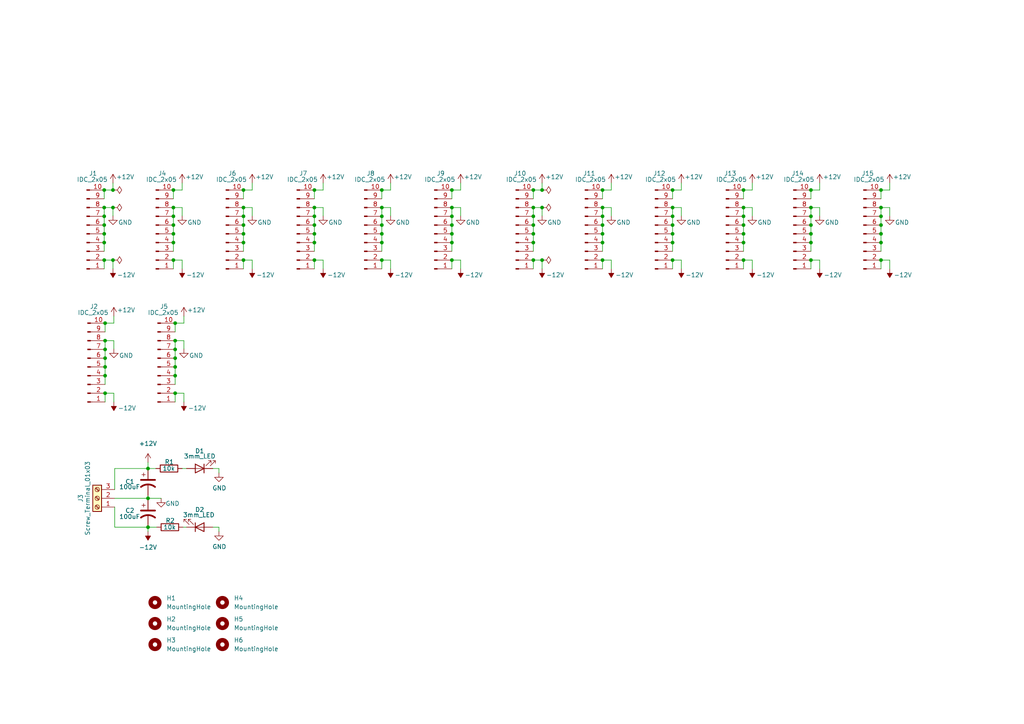
<source format=kicad_sch>
(kicad_sch (version 20230121) (generator eeschema)
  (paper "A4")
  (lib_symbols
    (symbol "Connector:Conn_01x10_Male" (pin_names (offset 1.016) hide)
      (property "Reference" "J" (at 0 12.7 0))
      (property "Value" "Conn_01x10_Male" (at 0 -15.24 0))
      (symbol "Conn_01x10_Male_1_1"
        (polyline (pts (xy 1.27 -12.7) (xy 0.8636 -12.7)) (stroke (width 0.1524)))
        (polyline (pts (xy 1.27 -10.16) (xy 0.8636 -10.16)) (stroke (width 0.1524)))
        (polyline (pts (xy 1.27 -7.62) (xy 0.8636 -7.62)) (stroke (width 0.1524)))
        (polyline (pts (xy 1.27 -5.08) (xy 0.8636 -5.08)) (stroke (width 0.1524)))
        (polyline (pts (xy 1.27 -2.54) (xy 0.8636 -2.54)) (stroke (width 0.1524)))
        (polyline (pts (xy 1.27 0) (xy 0.8636 0)) (stroke (width 0.1524)))
        (polyline (pts (xy 1.27 2.54) (xy 0.8636 2.54)) (stroke (width 0.1524)))
        (polyline (pts (xy 1.27 5.08) (xy 0.8636 5.08)) (stroke (width 0.1524)))
        (polyline (pts (xy 1.27 7.62) (xy 0.8636 7.62)) (stroke (width 0.1524)))
        (polyline (pts (xy 1.27 10.16) (xy 0.8636 10.16)) (stroke (width 0.1524)))
        (rectangle (start 0.8636 -12.573) (end 0 -12.827) (stroke (width 0.1524)) (fill (type outline)))
        (rectangle (start 0.8636 -10.033) (end 0 -10.287) (stroke (width 0.1524)) (fill (type outline)))
        (rectangle (start 0.8636 -7.493) (end 0 -7.747) (stroke (width 0.1524)) (fill (type outline)))
        (rectangle (start 0.8636 -4.953) (end 0 -5.207) (stroke (width 0.1524)) (fill (type outline)))
        (rectangle (start 0.8636 -2.413) (end 0 -2.667) (stroke (width 0.1524)) (fill (type outline)))
        (rectangle (start 0.8636 0.127) (end 0 -0.127) (stroke (width 0.1524)) (fill (type outline)))
        (rectangle (start 0.8636 2.667) (end 0 2.413) (stroke (width 0.1524)) (fill (type outline)))
        (rectangle (start 0.8636 5.207) (end 0 4.953) (stroke (width 0.1524)) (fill (type outline)))
        (rectangle (start 0.8636 7.747) (end 0 7.493) (stroke (width 0.1524)) (fill (type outline)))
        (rectangle (start 0.8636 10.287) (end 0 10.033) (stroke (width 0.1524)) (fill (type outline)))
        (pin passive line (at 5.08 10.16 180) (length 3.81) (name "Pin_1") (number "1"))
        (pin passive line (at 5.08 -12.7 180) (length 3.81) (name "Pin_10") (number "10"))
        (pin passive line (at 5.08 7.62 180) (length 3.81) (name "Pin_2") (number "2"))
        (pin passive line (at 5.08 5.08 180) (length 3.81) (name "Pin_3") (number "3"))
        (pin passive line (at 5.08 2.54 180) (length 3.81) (name "Pin_4") (number "4"))
        (pin passive line (at 5.08 0 180) (length 3.81) (name "Pin_5") (number "5"))
        (pin passive line (at 5.08 -2.54 180) (length 3.81) (name "Pin_6") (number "6"))
        (pin passive line (at 5.08 -5.08 180) (length 3.81) (name "Pin_7") (number "7"))
        (pin passive line (at 5.08 -7.62 180) (length 3.81) (name "Pin_8") (number "8"))
        (pin passive line (at 5.08 -10.16 180) (length 3.81) (name "Pin_9") (number "9"))
      )
    )
    (symbol "Connector:Screw_Terminal_01x03" (pin_names (offset 1.016) hide)
      (property "Reference" "J" (at 0 5.08 0))
      (property "Value" "Screw_Terminal_01x03" (at 0 -5.08 0))
      (symbol "Screw_Terminal_01x03_1_1"
        (rectangle (start -1.27 3.81) (end 1.27 -3.81) (stroke (width 0.254)) (fill (type background)))
        (circle (center 0 -2.54) (radius 0.635) (stroke (width 0.1524)))
        (polyline (pts (xy -0.5334 -2.2098) (xy 0.3302 -3.048)) (stroke (width 0.1524)))
        (polyline (pts (xy -0.5334 0.3302) (xy 0.3302 -0.508)) (stroke (width 0.1524)))
        (polyline (pts (xy -0.5334 2.8702) (xy 0.3302 2.032)) (stroke (width 0.1524)))
        (polyline (pts (xy -0.3556 -2.032) (xy 0.508 -2.8702)) (stroke (width 0.1524)))
        (polyline (pts (xy -0.3556 0.508) (xy 0.508 -0.3302)) (stroke (width 0.1524)))
        (polyline (pts (xy -0.3556 3.048) (xy 0.508 2.2098)) (stroke (width 0.1524)))
        (circle (center 0 0) (radius 0.635) (stroke (width 0.1524)))
        (circle (center 0 2.54) (radius 0.635) (stroke (width 0.1524)))
        (pin passive line (at -5.08 2.54 0) (length 3.81) (name "Pin_1") (number "1"))
        (pin passive line (at -5.08 0 0) (length 3.81) (name "Pin_2") (number "2"))
        (pin passive line (at -5.08 -2.54 0) (length 3.81) (name "Pin_3") (number "3"))
      )
    )
    (symbol "Device:C_Polarized_US" (pin_numbers hide) (pin_names (offset 0.254) hide)
      (property "Reference" "C" (at 0.635 2.54 0))
      (property "Value" "C_Polarized_US" (at 0.635 -2.54 0))
      (symbol "C_Polarized_US_0_1"
        (polyline (pts (xy -2.032 0.762) (xy 2.032 0.762)) (stroke (width 0.508)))
        (polyline (pts (xy -1.778 2.286) (xy -0.762 2.286)))
        (polyline (pts (xy -1.27 1.778) (xy -1.27 2.794)))
        (arc (start 2.032 -1.27) (mid 0 -0.5572) (end -2.032 -1.27) (stroke (width 0.508)))
      )
      (symbol "C_Polarized_US_1_1"
        (pin passive line (at 0 3.81 270) (length 2.794) (name "~") (number "1"))
        (pin passive line (at 0 -3.81 90) (length 3.302) (name "~") (number "2"))
      )
    )
    (symbol "Device:LED" (pin_numbers hide) (pin_names (offset 1.016) hide)
      (property "Reference" "D" (at 0 2.54 0))
      (property "Value" "LED" (at 0 -2.54 0))
      (symbol "LED_0_1"
        (polyline (pts (xy -1.27 -1.27) (xy -1.27 1.27)) (stroke (width 0.254)))
        (polyline (pts (xy -1.27 0) (xy 1.27 0)))
        (polyline (pts (xy 1.27 -1.27) (xy 1.27 1.27) (xy -1.27 0) (xy 1.27 -1.27)) (stroke (width 0.254)))
        (polyline (pts (xy -3.048 -0.762) (xy -4.572 -2.286) (xy -3.81 -2.286) (xy -4.572 -2.286) (xy -4.572 -1.524)))
        (polyline (pts (xy -1.778 -0.762) (xy -3.302 -2.286) (xy -2.54 -2.286) (xy -3.302 -2.286) (xy -3.302 -1.524)))
      )
      (symbol "LED_1_1"
        (pin passive line (at -3.81 0 0) (length 2.54) (name "K") (number "1"))
        (pin passive line (at 3.81 0 180) (length 2.54) (name "A") (number "2"))
      )
    )
    (symbol "Device:R" (pin_numbers hide) (pin_names (offset 0))
      (property "Reference" "R" (at 2.032 0 90))
      (property "Value" "R" (at 0 0 90))
      (symbol "R_0_1"
        (rectangle (start -1.016 -2.54) (end 1.016 2.54) (stroke (width 0.254)))
      )
      (symbol "R_1_1"
        (pin passive line (at 0 3.81 270) (length 1.27) (name "~") (number "1"))
        (pin passive line (at 0 -3.81 90) (length 1.27) (name "~") (number "2"))
      )
    )
    (symbol "Mechanical:MountingHole" (pin_names (offset 1.016))
      (property "Reference" "H" (at 0 5.08 0))
      (property "Value" "MountingHole" (at 0 3.175 0))
      (symbol "MountingHole_0_1"
        (circle (center 0 0) (radius 1.27) (stroke (width 1.27)))
      )
    )
    (symbol "power:+12V" (power) (pin_names (offset 0))
      (property "Value" "+12V" (at 0 3.556 0))
      (symbol "+12V_0_1"
        (polyline (pts (xy -0.762 1.27) (xy 0 2.54)))
        (polyline (pts (xy 0 0) (xy 0 2.54)))
        (polyline (pts (xy 0 2.54) (xy 0.762 1.27)))
      )
      (symbol "+12V_1_1"
        (pin power_in line (at 0 0 90) (length 0) hide (name "+12V") (number "1"))
      )
    )
    (symbol "power:-12V" (power) (pin_names (offset 0))
      (property "Value" "-12V" (at 0 3.81 0))
      (symbol "-12V_0_0"
        (pin power_in line (at 0 0 90) (length 0) hide (name "-12V") (number "1"))
      )
      (symbol "-12V_0_1"
        (polyline (pts (xy 0 0) (xy 0 1.27) (xy 0.762 1.27) (xy 0 2.54) (xy -0.762 1.27) (xy 0 1.27)) (fill (type outline)))
      )
    )
    (symbol "power:GND" (power) (pin_names (offset 0))
      (property "Value" "GND" (at 0 -3.81 0))
      (symbol "GND_0_1"
        (polyline (pts (xy 0 0) (xy 0 -1.27) (xy 1.27 -1.27) (xy 0 -2.54) (xy -1.27 -1.27) (xy 0 -1.27)))
      )
      (symbol "GND_1_1"
        (pin power_in line (at 0 0 270) (length 0) hide (name "GND") (number "1"))
      )
    )
    (symbol "power:PWR_FLAG" (power) (pin_numbers hide) (pin_names (offset 0) hide)
      (property "Value" "PWR_FLAG" (at 0 3.81 0))
      (symbol "PWR_FLAG_0_0"
        (pin power_out line (at 0 0 90) (length 0) (name "pwr") (number "1"))
      )
      (symbol "PWR_FLAG_0_1"
        (polyline (pts (xy 0 0) (xy 0 1.27) (xy -1.016 1.905) (xy 0 2.54) (xy 1.016 1.905) (xy 0 1.27)))
      )
    )
  )
  (junction (at 30.226 60.198))
  (junction (at 91.186 65.278))
  (junction (at 50.292 70.358))
  (junction (at 91.186 67.818))
  (junction (at 235.204 65.278))
  (junction (at 157.226 75.438))
  (junction (at 235.204 55.118))
  (junction (at 215.646 75.438))
  (junction (at 70.612 60.198))
  (junction (at 30.48 101.346))
  (junction (at 195.072 67.818))
  (junction (at 235.204 62.738))
  (junction (at 50.292 55.118))
  (junction (at 215.646 55.118))
  (junction (at 255.524 65.278))
  (junction (at 42.926 152.908))
  (junction (at 174.752 60.198))
  (junction (at 50.292 67.818))
  (junction (at 91.186 75.438))
  (junction (at 30.226 67.818))
  (junction (at 70.612 67.818))
  (junction (at 174.752 62.738))
  (junction (at 50.292 62.738))
  (junction (at 70.612 70.358))
  (junction (at 195.072 60.198))
  (junction (at 110.744 60.198))
  (junction (at 174.752 67.818))
  (junction (at 30.48 108.966))
  (junction (at 30.48 98.806))
  (junction (at 110.744 65.278))
  (junction (at 70.612 75.438))
  (junction (at 131.064 62.738))
  (junction (at 235.204 70.358))
  (junction (at 50.292 75.438))
  (junction (at 91.186 62.738))
  (junction (at 235.204 60.198))
  (junction (at 255.524 55.118))
  (junction (at 154.686 55.118))
  (junction (at 131.064 60.198))
  (junction (at 255.524 67.818))
  (junction (at 50.8 93.726))
  (junction (at 255.524 62.738))
  (junction (at 215.646 67.818))
  (junction (at 70.612 55.118))
  (junction (at 157.226 60.198))
  (junction (at 110.744 75.438))
  (junction (at 154.686 70.358))
  (junction (at 30.226 75.438))
  (junction (at 30.226 70.358))
  (junction (at 32.766 55.118))
  (junction (at 154.686 67.818))
  (junction (at 131.064 65.278))
  (junction (at 195.072 70.358))
  (junction (at 255.524 70.358))
  (junction (at 91.186 70.358))
  (junction (at 110.744 70.358))
  (junction (at 131.064 75.438))
  (junction (at 42.926 144.526))
  (junction (at 215.646 60.198))
  (junction (at 131.064 55.118))
  (junction (at 174.752 65.278))
  (junction (at 30.48 103.886))
  (junction (at 215.646 65.278))
  (junction (at 131.064 67.818))
  (junction (at 70.612 65.278))
  (junction (at 235.204 67.818))
  (junction (at 30.226 65.278))
  (junction (at 215.646 70.358))
  (junction (at 174.752 55.118))
  (junction (at 30.226 55.118))
  (junction (at 30.48 93.726))
  (junction (at 91.186 55.118))
  (junction (at 154.686 60.198))
  (junction (at 255.524 60.198))
  (junction (at 195.072 55.118))
  (junction (at 215.646 62.738))
  (junction (at 50.8 114.046))
  (junction (at 255.524 75.438))
  (junction (at 50.8 106.426))
  (junction (at 154.686 75.438))
  (junction (at 32.766 60.198))
  (junction (at 110.744 55.118))
  (junction (at 30.226 62.738))
  (junction (at 235.204 75.438))
  (junction (at 70.612 62.738))
  (junction (at 50.8 101.346))
  (junction (at 154.686 65.278))
  (junction (at 157.226 55.118))
  (junction (at 91.186 60.198))
  (junction (at 195.072 75.438))
  (junction (at 50.8 98.806))
  (junction (at 50.8 108.966))
  (junction (at 30.48 106.426))
  (junction (at 174.752 75.438))
  (junction (at 42.926 135.89))
  (junction (at 174.752 70.358))
  (junction (at 30.48 114.046))
  (junction (at 110.744 62.738))
  (junction (at 50.8 103.886))
  (junction (at 195.072 65.278))
  (junction (at 154.686 62.738))
  (junction (at 195.072 62.738))
  (junction (at 131.064 70.358))
  (junction (at 32.766 75.438))
  (junction (at 50.292 60.198))
  (junction (at 50.292 65.278))
  (junction (at 110.744 67.818))
  (wire (pts (xy 30.226 67.818) (xy 30.226 70.358)))
  (wire (pts (xy 218.186 53.086) (xy 218.186 55.118)))
  (wire (pts (xy 50.292 62.738) (xy 50.292 65.278)))
  (wire (pts (xy 63.5 135.89) (xy 63.5 137.16)))
  (wire (pts (xy 50.8 101.346) (xy 50.8 103.886)))
  (wire (pts (xy 63.5 152.908) (xy 63.5 154.178)))
  (wire (pts (xy 174.752 75.438) (xy 174.752 77.978)))
  (wire (pts (xy 255.524 67.818) (xy 255.524 70.358)))
  (wire (pts (xy 50.292 70.358) (xy 50.292 72.898)))
  (wire (pts (xy 174.752 65.278) (xy 174.752 67.818)))
  (wire (pts (xy 131.064 67.818) (xy 131.064 70.358)))
  (wire (pts (xy 235.204 75.438) (xy 237.744 75.438)))
  (wire (pts (xy 237.744 60.198) (xy 237.744 62.611)))
  (wire (pts (xy 33.274 152.908) (xy 42.926 152.908)))
  (wire (pts (xy 32.766 60.198) (xy 32.766 62.611)))
  (wire (pts (xy 215.646 75.438) (xy 215.646 77.978)))
  (wire (pts (xy 91.186 75.438) (xy 93.726 75.438)))
  (wire (pts (xy 33.02 91.694) (xy 33.02 93.726)))
  (wire (pts (xy 218.186 75.438) (xy 218.186 77.978)))
  (wire (pts (xy 110.744 75.438) (xy 110.744 77.978)))
  (wire (pts (xy 131.064 62.738) (xy 131.064 65.278)))
  (wire (pts (xy 42.926 154.178) (xy 42.926 152.908)))
  (wire (pts (xy 33.274 144.526) (xy 42.926 144.526)))
  (wire (pts (xy 255.524 60.198) (xy 255.524 62.738)))
  (wire (pts (xy 30.226 75.438) (xy 32.766 75.438)))
  (wire (pts (xy 30.48 114.046) (xy 30.48 116.586)))
  (wire (pts (xy 255.524 60.198) (xy 258.064 60.198)))
  (wire (pts (xy 52.832 53.086) (xy 52.832 55.118)))
  (wire (pts (xy 70.612 75.438) (xy 73.152 75.438)))
  (wire (pts (xy 30.226 55.118) (xy 30.226 57.658)))
  (wire (pts (xy 154.686 55.118) (xy 157.226 55.118)))
  (wire (pts (xy 157.226 53.086) (xy 157.226 55.118)))
  (wire (pts (xy 174.752 67.818) (xy 174.752 70.358)))
  (wire (pts (xy 50.292 55.118) (xy 52.832 55.118)))
  (wire (pts (xy 218.186 60.198) (xy 218.186 62.611)))
  (wire (pts (xy 174.752 60.198) (xy 174.752 62.738)))
  (wire (pts (xy 110.744 60.198) (xy 113.284 60.198)))
  (wire (pts (xy 195.072 75.438) (xy 197.612 75.438)))
  (wire (pts (xy 177.292 53.086) (xy 177.292 55.118)))
  (wire (pts (xy 110.744 55.118) (xy 110.744 57.658)))
  (wire (pts (xy 30.226 75.438) (xy 30.226 77.978)))
  (wire (pts (xy 174.752 60.198) (xy 177.292 60.198)))
  (wire (pts (xy 235.204 62.738) (xy 235.204 65.278)))
  (wire (pts (xy 93.726 53.086) (xy 93.726 55.118)))
  (wire (pts (xy 255.524 70.358) (xy 255.524 72.898)))
  (wire (pts (xy 235.204 75.438) (xy 235.204 77.978)))
  (wire (pts (xy 33.274 152.908) (xy 33.274 147.066)))
  (wire (pts (xy 42.926 152.908) (xy 45.466 152.908)))
  (wire (pts (xy 215.646 55.118) (xy 218.186 55.118)))
  (wire (pts (xy 131.064 65.278) (xy 131.064 67.818)))
  (wire (pts (xy 133.604 53.086) (xy 133.604 55.118)))
  (wire (pts (xy 110.744 67.818) (xy 110.744 70.358)))
  (wire (pts (xy 177.292 60.198) (xy 177.292 62.611)))
  (wire (pts (xy 154.686 60.198) (xy 154.686 62.738)))
  (wire (pts (xy 195.072 67.818) (xy 195.072 70.358)))
  (wire (pts (xy 235.204 67.818) (xy 235.204 70.358)))
  (wire (pts (xy 30.48 101.346) (xy 30.48 103.886)))
  (wire (pts (xy 33.02 114.046) (xy 33.02 116.586)))
  (wire (pts (xy 113.284 75.438) (xy 113.284 77.978)))
  (wire (pts (xy 255.524 55.118) (xy 255.524 57.658)))
  (wire (pts (xy 174.752 70.358) (xy 174.752 72.898)))
  (wire (pts (xy 30.48 103.886) (xy 30.48 106.426)))
  (wire (pts (xy 154.686 62.738) (xy 154.686 65.278)))
  (wire (pts (xy 42.926 144.526) (xy 46.736 144.526)))
  (wire (pts (xy 52.832 60.198) (xy 52.832 62.611)))
  (wire (pts (xy 110.744 70.358) (xy 110.744 72.898)))
  (wire (pts (xy 70.612 55.118) (xy 73.152 55.118)))
  (wire (pts (xy 235.204 70.358) (xy 235.204 72.898)))
  (wire (pts (xy 30.48 108.966) (xy 30.48 111.506)))
  (wire (pts (xy 30.48 98.806) (xy 33.02 98.806)))
  (wire (pts (xy 133.604 60.198) (xy 133.604 62.611)))
  (wire (pts (xy 52.832 135.89) (xy 54.102 135.89)))
  (wire (pts (xy 50.8 98.806) (xy 53.34 98.806)))
  (wire (pts (xy 30.226 60.198) (xy 30.226 62.738)))
  (wire (pts (xy 93.726 75.438) (xy 93.726 77.978)))
  (wire (pts (xy 195.072 65.278) (xy 195.072 67.818)))
  (wire (pts (xy 33.274 141.986) (xy 33.274 135.89)))
  (wire (pts (xy 30.48 93.726) (xy 30.48 96.266)))
  (wire (pts (xy 30.226 55.118) (xy 32.766 55.118)))
  (wire (pts (xy 50.292 60.198) (xy 52.832 60.198)))
  (wire (pts (xy 154.686 75.438) (xy 154.686 77.978)))
  (wire (pts (xy 52.832 75.438) (xy 52.832 77.978)))
  (wire (pts (xy 235.204 60.198) (xy 237.744 60.198)))
  (wire (pts (xy 113.284 60.198) (xy 113.284 62.611)))
  (wire (pts (xy 255.524 75.438) (xy 255.524 77.978)))
  (wire (pts (xy 195.072 62.738) (xy 195.072 65.278)))
  (wire (pts (xy 131.064 55.118) (xy 133.604 55.118)))
  (wire (pts (xy 197.612 75.438) (xy 197.612 77.978)))
  (wire (pts (xy 50.8 114.046) (xy 50.8 116.586)))
  (wire (pts (xy 237.744 53.086) (xy 237.744 55.118)))
  (wire (pts (xy 53.34 91.694) (xy 53.34 93.726)))
  (wire (pts (xy 32.766 75.438) (xy 32.766 77.978)))
  (wire (pts (xy 154.686 67.818) (xy 154.686 70.358)))
  (wire (pts (xy 258.064 53.086) (xy 258.064 55.118)))
  (wire (pts (xy 30.48 98.806) (xy 30.48 101.346)))
  (wire (pts (xy 91.186 60.198) (xy 93.726 60.198)))
  (wire (pts (xy 91.186 75.438) (xy 91.186 77.978)))
  (wire (pts (xy 50.292 75.438) (xy 50.292 77.978)))
  (wire (pts (xy 42.926 135.89) (xy 42.926 136.144)))
  (wire (pts (xy 50.8 114.046) (xy 53.34 114.046)))
  (wire (pts (xy 157.226 75.438) (xy 157.226 77.978)))
  (wire (pts (xy 42.926 144.526) (xy 42.926 145.034)))
  (wire (pts (xy 215.646 70.358) (xy 215.646 72.898)))
  (wire (pts (xy 258.064 75.438) (xy 258.064 77.978)))
  (wire (pts (xy 30.48 106.426) (xy 30.48 108.966)))
  (wire (pts (xy 255.524 65.278) (xy 255.524 67.818)))
  (wire (pts (xy 93.726 60.198) (xy 93.726 62.611)))
  (wire (pts (xy 131.064 75.438) (xy 133.604 75.438)))
  (wire (pts (xy 30.226 65.278) (xy 30.226 67.818)))
  (wire (pts (xy 131.064 70.358) (xy 131.064 72.898)))
  (wire (pts (xy 30.226 70.358) (xy 30.226 72.898)))
  (wire (pts (xy 70.612 65.278) (xy 70.612 67.818)))
  (wire (pts (xy 237.744 75.438) (xy 237.744 77.978)))
  (wire (pts (xy 215.646 67.818) (xy 215.646 70.358)))
  (wire (pts (xy 61.722 152.908) (xy 63.5 152.908)))
  (wire (pts (xy 30.226 60.198) (xy 32.766 60.198)))
  (wire (pts (xy 177.292 75.438) (xy 177.292 77.978)))
  (wire (pts (xy 255.524 62.738) (xy 255.524 65.278)))
  (wire (pts (xy 70.612 75.438) (xy 70.612 77.978)))
  (wire (pts (xy 73.152 60.198) (xy 73.152 62.611)))
  (wire (pts (xy 50.292 55.118) (xy 50.292 57.658)))
  (wire (pts (xy 73.152 75.438) (xy 73.152 77.978)))
  (wire (pts (xy 50.292 75.438) (xy 52.832 75.438)))
  (wire (pts (xy 91.186 55.118) (xy 91.186 57.658)))
  (wire (pts (xy 73.152 53.086) (xy 73.152 55.118)))
  (wire (pts (xy 70.612 55.118) (xy 70.612 57.658)))
  (wire (pts (xy 91.186 65.278) (xy 91.186 67.818)))
  (wire (pts (xy 195.072 75.438) (xy 195.072 77.978)))
  (wire (pts (xy 42.926 152.908) (xy 42.926 152.654)))
  (wire (pts (xy 70.612 60.198) (xy 70.612 62.738)))
  (wire (pts (xy 215.646 65.278) (xy 215.646 67.818)))
  (wire (pts (xy 235.204 60.198) (xy 235.204 62.738)))
  (wire (pts (xy 42.926 143.764) (xy 42.926 144.526)))
  (wire (pts (xy 91.186 70.358) (xy 91.186 72.898)))
  (wire (pts (xy 30.48 114.046) (xy 33.02 114.046)))
  (wire (pts (xy 197.612 60.198) (xy 197.612 62.611)))
  (wire (pts (xy 110.744 62.738) (xy 110.744 65.278)))
  (wire (pts (xy 235.204 55.118) (xy 235.204 57.658)))
  (wire (pts (xy 235.204 55.118) (xy 237.744 55.118)))
  (wire (pts (xy 235.204 65.278) (xy 235.204 67.818)))
  (wire (pts (xy 33.02 98.806) (xy 33.02 101.219)))
  (wire (pts (xy 70.612 60.198) (xy 73.152 60.198)))
  (wire (pts (xy 154.686 65.278) (xy 154.686 67.818)))
  (wire (pts (xy 174.752 55.118) (xy 174.752 57.658)))
  (wire (pts (xy 255.524 75.438) (xy 258.064 75.438)))
  (wire (pts (xy 154.686 70.358) (xy 154.686 72.898)))
  (wire (pts (xy 30.226 62.738) (xy 30.226 65.278)))
  (wire (pts (xy 131.064 55.118) (xy 131.064 57.658)))
  (wire (pts (xy 215.646 62.738) (xy 215.646 65.278)))
  (wire (pts (xy 154.686 60.198) (xy 157.226 60.198)))
  (wire (pts (xy 154.686 75.438) (xy 157.226 75.438)))
  (wire (pts (xy 255.524 55.118) (xy 258.064 55.118)))
  (wire (pts (xy 70.612 62.738) (xy 70.612 65.278)))
  (wire (pts (xy 50.292 60.198) (xy 50.292 62.738)))
  (wire (pts (xy 131.064 60.198) (xy 131.064 62.738)))
  (wire (pts (xy 50.8 98.806) (xy 50.8 101.346)))
  (wire (pts (xy 70.612 67.818) (xy 70.612 70.358)))
  (wire (pts (xy 50.8 93.726) (xy 50.8 96.266)))
  (wire (pts (xy 53.34 98.806) (xy 53.34 101.219)))
  (wire (pts (xy 53.34 114.046) (xy 53.34 116.586)))
  (wire (pts (xy 131.064 75.438) (xy 131.064 77.978)))
  (wire (pts (xy 50.292 65.278) (xy 50.292 67.818)))
  (wire (pts (xy 91.186 67.818) (xy 91.186 70.358)))
  (wire (pts (xy 110.744 55.118) (xy 113.284 55.118)))
  (wire (pts (xy 33.274 135.89) (xy 42.926 135.89)))
  (wire (pts (xy 131.064 60.198) (xy 133.604 60.198)))
  (wire (pts (xy 174.752 55.118) (xy 177.292 55.118)))
  (wire (pts (xy 91.186 60.198) (xy 91.186 62.738)))
  (wire (pts (xy 195.072 60.198) (xy 195.072 62.738)))
  (wire (pts (xy 174.752 75.438) (xy 177.292 75.438)))
  (wire (pts (xy 174.752 62.738) (xy 174.752 65.278)))
  (wire (pts (xy 110.744 75.438) (xy 113.284 75.438)))
  (wire (pts (xy 70.612 70.358) (xy 70.612 72.898)))
  (wire (pts (xy 215.646 60.198) (xy 215.646 62.738)))
  (wire (pts (xy 91.186 62.738) (xy 91.186 65.278)))
  (wire (pts (xy 154.686 55.118) (xy 154.686 57.658)))
  (wire (pts (xy 113.284 53.086) (xy 113.284 55.118)))
  (wire (pts (xy 215.646 75.438) (xy 218.186 75.438)))
  (wire (pts (xy 195.072 70.358) (xy 195.072 72.898)))
  (wire (pts (xy 53.086 152.908) (xy 54.102 152.908)))
  (wire (pts (xy 195.072 55.118) (xy 197.612 55.118)))
  (wire (pts (xy 50.8 93.726) (xy 53.34 93.726)))
  (wire (pts (xy 42.926 135.89) (xy 45.212 135.89)))
  (wire (pts (xy 258.064 60.198) (xy 258.064 62.611)))
  (wire (pts (xy 50.8 103.886) (xy 50.8 106.426)))
  (wire (pts (xy 61.722 135.89) (xy 63.5 135.89)))
  (wire (pts (xy 215.646 60.198) (xy 218.186 60.198)))
  (wire (pts (xy 30.48 93.726) (xy 33.02 93.726)))
  (wire (pts (xy 50.292 67.818) (xy 50.292 70.358)))
  (wire (pts (xy 215.646 55.118) (xy 215.646 57.658)))
  (wire (pts (xy 195.072 60.198) (xy 197.612 60.198)))
  (wire (pts (xy 50.8 108.966) (xy 50.8 111.506)))
  (wire (pts (xy 32.766 53.086) (xy 32.766 55.118)))
  (wire (pts (xy 195.072 55.118) (xy 195.072 57.658)))
  (wire (pts (xy 133.604 75.438) (xy 133.604 77.978)))
  (wire (pts (xy 157.226 60.198) (xy 157.226 62.611)))
  (wire (pts (xy 91.186 55.118) (xy 93.726 55.118)))
  (wire (pts (xy 110.744 60.198) (xy 110.744 62.738)))
  (wire (pts (xy 42.926 134.112) (xy 42.926 135.89)))
  (wire (pts (xy 197.612 53.086) (xy 197.612 55.118)))
  (wire (pts (xy 110.744 65.278) (xy 110.744 67.818)))
  (wire (pts (xy 50.8 106.426) (xy 50.8 108.966)))
  (symbol (lib_id "power:GND") (at 73.152 62.611 0) (unit 1)
    (property "Reference" "#PWR019" (effects hide))
    (property "Value" "GND" (at 76.708 64.516 0))
  )
  (symbol (lib_id "power:GND") (at 93.726 62.611 0) (unit 1)
    (property "Reference" "#PWR022" (effects hide))
    (property "Value" "GND" (at 97.282 64.516 0))
  )
  (symbol (lib_id "Connector:Conn_01x10_Male") (at 250.444 67.818 0) (mirror x) (unit 1)
    (property "Reference" "J15" (at 253.492 50.292 0) (effects (justify right)))
    (property "Value" "IDC_2x05" (at 256.54 52.07 0) (effects (justify right)))
    (property "Footprint" "Connector_IDC:IDC-Header_2x05_P2.54mm_Vertical" (effects hide))
    (property "Type" "Thru-hole" (effects hide))
    (property "LCSC Part #" "C706914" (effects hide))
    (property "Manufacturers Name" "XKB Connectivity " (effects hide))
    (property "Manufacturers Part Number" "X9555WV-2X05-6TV01" (effects hide))
    (property "Mfg #" "X9555WV-2X05-6TV01" (effects hide))
    (property "Package" "Straight,P=2.54mm" (effects hide))
    (property "Part Description" "IDC Connector 2x05 2.54mm Pitch Straight" (effects hide))
  )
  (symbol (lib_id "power:-12V") (at 73.152 77.978 180) (unit 1)
    (property "Reference" "#PWR020" (effects hide))
    (property "Value" "-12V" (at 76.962 79.756 0))
  )
  (symbol (lib_id "power:GND") (at 113.284 62.611 0) (unit 1)
    (property "Reference" "#PWR025" (effects hide))
    (property "Value" "GND" (at 116.84 64.516 0))
  )
  (symbol (lib_id "power:GND") (at 197.612 62.611 0) (unit 1)
    (property "Reference" "#PWR037" (effects hide))
    (property "Value" "GND" (at 201.168 64.516 0))
  )
  (symbol (lib_id "Device:C_Polarized_US") (at 42.926 148.844 0) (unit 1)
    (property "Reference" "C2" (at 36.322 148.082 0) (effects (justify left)))
    (property "Value" "100uF" (at 34.544 149.86 0) (effects (justify left)))
    (property "Footprint" "benjiaomodular:Capacitor_Radial_D5.0mm_P2.5mm" (effects hide))
    (property "Manufacturers Name" "KEMET" (effects hide))
    (property "Manufacturers Part Number" "ESH107M010AC3AA" (effects hide))
  )
  (symbol (lib_id "power:-12V") (at 53.34 116.586 180) (unit 1)
    (property "Reference" "#PWR015" (effects hide))
    (property "Value" "-12V" (at 57.15 118.364 0))
  )
  (symbol (lib_id "Device:R") (at 49.276 152.908 270) (unit 1)
    (property "Reference" "R2" (at 48.006 151.003 90) (effects (justify left)))
    (property "Value" "10k" (at 47.371 152.908 90) (effects (justify left)))
    (property "Footprint" "Resistor_SMD:R_0603_1608Metric_Pad0.98x0.95mm_HandSolder" (effects hide))
    (property "LCSC Part #" "C116677" (effects hide))
    (property "Mfg #" "AC0603FR-0710KL" (effects hide))
    (property "Manufacturers Part Number" "AC0603FR-0710KL" (effects hide))
    (property "Manufacturers Name" "YAGEO" (effects hide))
    (property "Package" "0603" (effects hide))
    (property "Type" "Surface mount" (effects hide))
    (property "Part Description" "Thick Film Resistors - SMD 10 kOhms 100mW 0603 1% AEC-Q200 " (effects hide))
  )
  (symbol (lib_id "power:+12V") (at 32.766 53.086 0) (unit 1)
    (property "Reference" "#PWR01" (effects hide))
    (property "Value" "+12V" (at 36.322 51.308 0))
  )
  (symbol (lib_id "power:PWR_FLAG") (at 157.226 60.198 270) (unit 1)
    (property "Reference" "#FLG05" (effects hide))
    (property "Value" "PWR_FLAG" (effects hide))
  )
  (symbol (lib_id "Connector:Conn_01x10_Male") (at 169.672 67.818 0) (mirror x) (unit 1)
    (property "Reference" "J11" (at 172.72 50.292 0) (effects (justify right)))
    (property "Value" "IDC_2x05" (at 175.768 52.07 0) (effects (justify right)))
    (property "Footprint" "Connector_IDC:IDC-Header_2x05_P2.54mm_Vertical" (effects hide))
    (property "Type" "Thru-hole" (effects hide))
    (property "LCSC Part #" "C706914" (effects hide))
    (property "Manufacturers Name" "XKB Connectivity " (effects hide))
    (property "Manufacturers Part Number" "X9555WV-2X05-6TV01" (effects hide))
    (property "Mfg #" "X9555WV-2X05-6TV01" (effects hide))
    (property "Package" "Straight,P=2.54mm" (effects hide))
    (property "Part Description" "IDC Connector 2x05 2.54mm Pitch Straight" (effects hide))
  )
  (symbol (lib_id "power:+12V") (at 52.832 53.086 0) (unit 1)
    (property "Reference" "#PWR010" (effects hide))
    (property "Value" "+12V" (at 56.388 51.308 0))
  )
  (symbol (lib_id "power:+12V") (at 73.152 53.086 0) (unit 1)
    (property "Reference" "#PWR018" (effects hide))
    (property "Value" "+12V" (at 76.708 51.308 0))
  )
  (symbol (lib_id "Mechanical:MountingHole") (at 44.958 180.848 0) (unit 1)
    (property "Reference" "H2" (at 48.26 179.5779 0) (effects (justify left)))
    (property "Value" "MountingHole" (at 48.26 182.1179 0) (effects (justify left)))
    (property "Footprint" "MountingHole:MountingHole_3.2mm_M3_DIN965_Pad_TopBottom" (effects hide))
  )
  (symbol (lib_id "Connector:Conn_01x10_Male") (at 105.664 67.818 0) (mirror x) (unit 1)
    (property "Reference" "J8" (at 108.712 50.292 0) (effects (justify right)))
    (property "Value" "IDC_2x05" (at 111.76 52.07 0) (effects (justify right)))
    (property "Footprint" "Connector_IDC:IDC-Header_2x05_P2.54mm_Vertical" (effects hide))
    (property "Type" "Thru-hole" (effects hide))
    (property "LCSC Part #" "C706914" (effects hide))
    (property "Manufacturers Name" "XKB Connectivity " (effects hide))
    (property "Manufacturers Part Number" "X9555WV-2X05-6TV01" (effects hide))
    (property "Mfg #" "X9555WV-2X05-6TV01" (effects hide))
    (property "Package" "Straight,P=2.54mm" (effects hide))
    (property "Part Description" "IDC Connector 2x05 2.54mm Pitch Straight" (effects hide))
  )
  (symbol (lib_id "Connector:Conn_01x10_Male") (at 25.4 106.426 0) (mirror x) (unit 1)
    (property "Reference" "J2" (at 28.448 88.9 0) (effects (justify right)))
    (property "Value" "IDC_2x05" (at 31.496 90.678 0) (effects (justify right)))
    (property "Footprint" "Connector_IDC:IDC-Header_2x05_P2.54mm_Vertical" (effects hide))
    (property "Type" "Thru-hole" (effects hide))
    (property "LCSC Part #" "C706914" (effects hide))
    (property "Manufacturers Name" "XKB Connectivity " (effects hide))
    (property "Manufacturers Part Number" "X9555WV-2X05-6TV01" (effects hide))
    (property "Mfg #" "X9555WV-2X05-6TV01" (effects hide))
    (property "Package" "Straight,P=2.54mm" (effects hide))
    (property "Part Description" "IDC Connector 2x05 2.54mm Pitch Straight" (effects hide))
  )
  (symbol (lib_id "power:+12V") (at 113.284 53.086 0) (unit 1)
    (property "Reference" "#PWR024" (effects hide))
    (property "Value" "+12V" (at 116.84 51.308 0))
  )
  (symbol (lib_id "Mechanical:MountingHole") (at 64.516 180.848 0) (unit 1)
    (property "Reference" "H5" (at 67.818 179.5779 0) (effects (justify left)))
    (property "Value" "MountingHole" (at 67.818 182.1179 0) (effects (justify left)))
    (property "Footprint" "MountingHole:MountingHole_3.2mm_M3_DIN965_Pad_TopBottom" (effects hide))
  )
  (symbol (lib_id "power:-12V") (at 218.186 77.978 180) (unit 1)
    (property "Reference" "#PWR041" (effects hide))
    (property "Value" "-12V" (at 221.996 79.756 0))
  )
  (symbol (lib_id "power:PWR_FLAG") (at 157.226 55.118 270) (unit 1)
    (property "Reference" "#FLG04" (effects hide))
    (property "Value" "PWR_FLAG" (effects hide))
  )
  (symbol (lib_id "Connector:Conn_01x10_Male") (at 45.72 106.426 0) (mirror x) (unit 1)
    (property "Reference" "J5" (at 48.768 88.9 0) (effects (justify right)))
    (property "Value" "IDC_2x05" (at 51.816 90.678 0) (effects (justify right)))
    (property "Footprint" "Connector_IDC:IDC-Header_2x05_P2.54mm_Vertical" (effects hide))
    (property "Type" "Thru-hole" (effects hide))
    (property "LCSC Part #" "C706914" (effects hide))
    (property "Manufacturers Name" "XKB Connectivity " (effects hide))
    (property "Manufacturers Part Number" "X9555WV-2X05-6TV01" (effects hide))
    (property "Mfg #" "X9555WV-2X05-6TV01" (effects hide))
    (property "Package" "Straight,P=2.54mm" (effects hide))
    (property "Part Description" "IDC Connector 2x05 2.54mm Pitch Straight" (effects hide))
  )
  (symbol (lib_id "Connector:Screw_Terminal_01x03") (at 28.194 144.526 180) (unit 1)
    (property "Reference" "J3" (at 23.368 144.526 90))
    (property "Value" "Screw_Terminal_01x03" (at 25.4 144.526 90))
    (property "Footprint" "TerminalBlock:TerminalBlock_Altech_AK300-3_P5.00mm" (effects hide))
    (property "Manufacturers Name" "Altech Corporation" (effects hide))
    (property "Manufacturers Part Number" "AK300/3" (effects hide))
  )
  (symbol (lib_id "power:-12V") (at 32.766 77.978 180) (unit 1)
    (property "Reference" "#PWR03" (effects hide))
    (property "Value" "-12V" (at 36.576 79.756 0))
  )
  (symbol (lib_id "power:PWR_FLAG") (at 32.766 60.198 270) (unit 1)
    (property "Reference" "#FLG02" (effects hide))
    (property "Value" "PWR_FLAG" (effects hide))
  )
  (symbol (lib_id "power:GND") (at 32.766 62.611 0) (unit 1)
    (property "Reference" "#PWR02" (effects hide))
    (property "Value" "GND" (at 36.322 64.516 0))
  )
  (symbol (lib_id "power:-12V") (at 93.726 77.978 180) (unit 1)
    (property "Reference" "#PWR023" (effects hide))
    (property "Value" "-12V" (at 97.536 79.756 0))
  )
  (symbol (lib_id "power:GND") (at 177.292 62.611 0) (unit 1)
    (property "Reference" "#PWR034" (effects hide))
    (property "Value" "GND" (at 180.848 64.516 0))
  )
  (symbol (lib_id "power:+12V") (at 218.186 53.086 0) (unit 1)
    (property "Reference" "#PWR039" (effects hide))
    (property "Value" "+12V" (at 221.742 51.308 0))
  )
  (symbol (lib_id "power:-12V") (at 113.284 77.978 180) (unit 1)
    (property "Reference" "#PWR026" (effects hide))
    (property "Value" "-12V" (at 117.094 79.756 0))
  )
  (symbol (lib_id "power:PWR_FLAG") (at 32.766 55.118 270) (unit 1)
    (property "Reference" "#FLG01" (effects hide))
    (property "Value" "PWR_FLAG" (effects hide))
  )
  (symbol (lib_id "Mechanical:MountingHole") (at 64.516 186.944 0) (unit 1)
    (property "Reference" "H6" (at 67.818 185.6739 0) (effects (justify left)))
    (property "Value" "MountingHole" (at 67.818 188.2139 0) (effects (justify left)))
    (property "Footprint" "MountingHole:MountingHole_3.2mm_M3_DIN965_Pad_TopBottom" (effects hide))
  )
  (symbol (lib_id "power:GND") (at 133.604 62.611 0) (unit 1)
    (property "Reference" "#PWR028" (effects hide))
    (property "Value" "GND" (at 137.16 64.516 0))
  )
  (symbol (lib_id "power:GND") (at 33.02 101.219 0) (unit 1)
    (property "Reference" "#PWR05" (effects hide))
    (property "Value" "GND" (at 36.576 103.124 0))
  )
  (symbol (lib_id "power:+12V") (at 53.34 91.694 0) (unit 1)
    (property "Reference" "#PWR013" (effects hide))
    (property "Value" "+12V" (at 56.896 89.916 0))
  )
  (symbol (lib_id "power:+12V") (at 197.612 53.086 0) (unit 1)
    (property "Reference" "#PWR036" (effects hide))
    (property "Value" "+12V" (at 201.168 51.308 0))
  )
  (symbol (lib_id "power:GND") (at 218.186 62.611 0) (unit 1)
    (property "Reference" "#PWR040" (effects hide))
    (property "Value" "GND" (at 221.742 64.516 0))
  )
  (symbol (lib_id "power:GND") (at 63.5 137.16 0) (unit 1)
    (property "Reference" "#PWR016" (effects hide))
    (property "Value" "GND" (at 63.627 141.5542 0))
  )
  (symbol (lib_id "power:GND") (at 63.5 154.178 0) (unit 1)
    (property "Reference" "#PWR017" (effects hide))
    (property "Value" "GND" (at 63.627 158.5722 0))
  )
  (symbol (lib_id "power:+12V") (at 133.604 53.086 0) (unit 1)
    (property "Reference" "#PWR027" (effects hide))
    (property "Value" "+12V" (at 137.16 51.308 0))
  )
  (symbol (lib_id "power:+12V") (at 157.226 53.086 0) (unit 1)
    (property "Reference" "#PWR030" (effects hide))
    (property "Value" "+12V" (at 160.782 51.308 0))
  )
  (symbol (lib_id "power:GND") (at 46.736 144.526 0) (unit 1)
    (property "Reference" "#PWR09" (effects hide))
    (property "Value" "GND" (at 50.038 146.05 0))
  )
  (symbol (lib_id "Connector:Conn_01x10_Male") (at 86.106 67.818 0) (mirror x) (unit 1)
    (property "Reference" "J7" (at 89.154 50.292 0) (effects (justify right)))
    (property "Value" "IDC_2x05" (at 92.202 52.07 0) (effects (justify right)))
    (property "Footprint" "Connector_IDC:IDC-Header_2x05_P2.54mm_Vertical" (effects hide))
    (property "Type" "Thru-hole" (effects hide))
    (property "LCSC Part #" "C706914" (effects hide))
    (property "Manufacturers Name" "XKB Connectivity " (effects hide))
    (property "Manufacturers Part Number" "X9555WV-2X05-6TV01" (effects hide))
    (property "Mfg #" "X9555WV-2X05-6TV01" (effects hide))
    (property "Package" "Straight,P=2.54mm" (effects hide))
    (property "Part Description" "IDC Connector 2x05 2.54mm Pitch Straight" (effects hide))
  )
  (symbol (lib_id "Connector:Conn_01x10_Male") (at 149.606 67.818 0) (mirror x) (unit 1)
    (property "Reference" "J10" (at 152.654 50.292 0) (effects (justify right)))
    (property "Value" "IDC_2x05" (at 155.702 52.07 0) (effects (justify right)))
    (property "Footprint" "Connector_IDC:IDC-Header_2x05_P2.54mm_Vertical" (effects hide))
    (property "Type" "Thru-hole" (effects hide))
    (property "LCSC Part #" "C706914" (effects hide))
    (property "Manufacturers Name" "XKB Connectivity " (effects hide))
    (property "Manufacturers Part Number" "X9555WV-2X05-6TV01" (effects hide))
    (property "Mfg #" "X9555WV-2X05-6TV01" (effects hide))
    (property "Package" "Straight,P=2.54mm" (effects hide))
    (property "Part Description" "IDC Connector 2x05 2.54mm Pitch Straight" (effects hide))
  )
  (symbol (lib_id "power:-12V") (at 197.612 77.978 180) (unit 1)
    (property "Reference" "#PWR038" (effects hide))
    (property "Value" "-12V" (at 201.422 79.756 0))
  )
  (symbol (lib_id "power:-12V") (at 258.064 77.978 180) (unit 1)
    (property "Reference" "#PWR047" (effects hide))
    (property "Value" "-12V" (at 261.874 79.756 0))
  )
  (symbol (lib_id "Connector:Conn_01x10_Male") (at 210.566 67.818 0) (mirror x) (unit 1)
    (property "Reference" "J13" (at 213.614 50.292 0) (effects (justify right)))
    (property "Value" "IDC_2x05" (at 216.662 52.07 0) (effects (justify right)))
    (property "Footprint" "Connector_IDC:IDC-Header_2x05_P2.54mm_Vertical" (effects hide))
    (property "Type" "Thru-hole" (effects hide))
    (property "LCSC Part #" "C706914" (effects hide))
    (property "Manufacturers Name" "XKB Connectivity " (effects hide))
    (property "Manufacturers Part Number" "X9555WV-2X05-6TV01" (effects hide))
    (property "Mfg #" "X9555WV-2X05-6TV01" (effects hide))
    (property "Package" "Straight,P=2.54mm" (effects hide))
    (property "Part Description" "IDC Connector 2x05 2.54mm Pitch Straight" (effects hide))
  )
  (symbol (lib_id "Device:LED") (at 57.912 152.908 0) (mirror x) (unit 1)
    (property "Reference" "D2" (at 57.912 147.828 0))
    (property "Value" "3mm_LED" (at 57.658 149.352 0))
    (property "Footprint" "LED_SMD:LED_0805_2012Metric_Pad1.15x1.40mm_HandSolder" (effects hide))
    (property "LCSC Part #" "C2856645" (effects hide))
    (property "Manufacturers Name" "EKINGLUX" (effects hide))
    (property "Manufacturers Part Number" "EL304RD" (effects hide))
    (property "Mfg #" "EL304RD" (effects hide))
    (property "Type" "Thru-hole" (effects hide))
    (property "Part Description" "3.0mm Round Through Hole LED" (effects hide))
    (property "Package" "0805" (effects hide))
  )
  (symbol (lib_id "Device:R") (at 49.022 135.89 270) (unit 1)
    (property "Reference" "R1" (at 47.752 133.985 90) (effects (justify left)))
    (property "Value" "10k" (at 47.117 135.89 90) (effects (justify left)))
    (property "Footprint" "Resistor_SMD:R_0603_1608Metric_Pad0.98x0.95mm_HandSolder" (effects hide))
    (property "LCSC Part #" "C116677" (effects hide))
    (property "Mfg #" "AC0603FR-0710KL" (effects hide))
    (property "Manufacturers Part Number" "AC0603FR-0710KL" (effects hide))
    (property "Manufacturers Name" "YAGEO" (effects hide))
    (property "Package" "0603" (effects hide))
    (property "Type" "Surface mount" (effects hide))
    (property "Part Description" "Thick Film Resistors - SMD 10 kOhms 100mW 0603 1% AEC-Q200 " (effects hide))
  )
  (symbol (lib_id "Mechanical:MountingHole") (at 44.958 174.752 0) (unit 1)
    (property "Reference" "H1" (at 48.26 173.4819 0) (effects (justify left)))
    (property "Value" "MountingHole" (at 48.26 176.0219 0) (effects (justify left)))
    (property "Footprint" "MountingHole:MountingHole_3.2mm_M3_DIN965_Pad_TopBottom" (effects hide))
  )
  (symbol (lib_id "power:-12V") (at 42.926 154.178 180) (unit 1)
    (property "Reference" "#PWR08" (effects hide))
    (property "Value" "-12V" (at 42.926 158.75 0))
  )
  (symbol (lib_id "power:+12V") (at 33.02 91.694 0) (unit 1)
    (property "Reference" "#PWR04" (effects hide))
    (property "Value" "+12V" (at 36.576 89.916 0))
  )
  (symbol (lib_id "Connector:Conn_01x10_Male") (at 45.212 67.818 0) (mirror x) (unit 1)
    (property "Reference" "J4" (at 48.26 50.292 0) (effects (justify right)))
    (property "Value" "IDC_2x05" (at 51.308 52.07 0) (effects (justify right)))
    (property "Footprint" "Connector_IDC:IDC-Header_2x05_P2.54mm_Vertical" (effects hide))
    (property "Type" "Thru-hole" (effects hide))
    (property "LCSC Part #" "C706914" (effects hide))
    (property "Manufacturers Name" "XKB Connectivity " (effects hide))
    (property "Manufacturers Part Number" "X9555WV-2X05-6TV01" (effects hide))
    (property "Mfg #" "X9555WV-2X05-6TV01" (effects hide))
    (property "Package" "Straight,P=2.54mm" (effects hide))
    (property "Part Description" "IDC Connector 2x05 2.54mm Pitch Straight" (effects hide))
  )
  (symbol (lib_id "Device:LED") (at 57.912 135.89 180) (unit 1)
    (property "Reference" "D1" (at 57.912 130.81 0))
    (property "Value" "3mm_LED" (at 57.912 132.334 0))
    (property "Footprint" "LED_SMD:LED_0805_2012Metric_Pad1.15x1.40mm_HandSolder" (effects hide))
    (property "LCSC Part #" "C2856645" (effects hide))
    (property "Manufacturers Name" "EKINGLUX" (effects hide))
    (property "Manufacturers Part Number" "EL304RD" (effects hide))
    (property "Mfg #" "EL304RD" (effects hide))
    (property "Type" "Thru-hole" (effects hide))
    (property "Part Description" "3.0mm Round Through Hole LED" (effects hide))
    (property "Package" "0805" (effects hide))
  )
  (symbol (lib_id "power:GND") (at 258.064 62.611 0) (unit 1)
    (property "Reference" "#PWR046" (effects hide))
    (property "Value" "GND" (at 261.62 64.516 0))
  )
  (symbol (lib_id "Connector:Conn_01x10_Male") (at 65.532 67.818 0) (mirror x) (unit 1)
    (property "Reference" "J6" (at 68.58 50.292 0) (effects (justify right)))
    (property "Value" "IDC_2x05" (at 71.628 52.07 0) (effects (justify right)))
    (property "Footprint" "Connector_IDC:IDC-Header_2x05_P2.54mm_Vertical" (effects hide))
    (property "Type" "Thru-hole" (effects hide))
    (property "LCSC Part #" "C706914" (effects hide))
    (property "Manufacturers Name" "XKB Connectivity " (effects hide))
    (property "Manufacturers Part Number" "X9555WV-2X05-6TV01" (effects hide))
    (property "Mfg #" "X9555WV-2X05-6TV01" (effects hide))
    (property "Package" "Straight,P=2.54mm" (effects hide))
    (property "Part Description" "IDC Connector 2x05 2.54mm Pitch Straight" (effects hide))
  )
  (symbol (lib_id "Device:C_Polarized_US") (at 42.926 139.954 0) (unit 1)
    (property "Reference" "C1" (at 36.322 139.7 0) (effects (justify left)))
    (property "Value" "100uF" (at 34.544 141.224 0) (effects (justify left)))
    (property "Footprint" "benjiaomodular:Capacitor_Radial_D5.0mm_P2.5mm" (effects hide))
    (property "Manufacturers Name" "KEMET" (effects hide))
    (property "Manufacturers Part Number" "ESH107M010AC3AA" (effects hide))
  )
  (symbol (lib_id "Connector:Conn_01x10_Male") (at 25.146 67.818 0) (mirror x) (unit 1)
    (property "Reference" "J1" (at 28.194 50.292 0) (effects (justify right)))
    (property "Value" "IDC_2x05" (at 31.242 52.07 0) (effects (justify right)))
    (property "Footprint" "Connector_IDC:IDC-Header_2x05_P2.54mm_Vertical" (effects hide))
    (property "Type" "Thru-hole" (effects hide))
    (property "LCSC Part #" "C706914" (effects hide))
    (property "Manufacturers Name" "XKB Connectivity " (effects hide))
    (property "Manufacturers Part Number" "X9555WV-2X05-6TV01" (effects hide))
    (property "Mfg #" "X9555WV-2X05-6TV01" (effects hide))
    (property "Package" "Straight,P=2.54mm" (effects hide))
    (property "Part Description" "IDC Connector 2x05 2.54mm Pitch Straight" (effects hide))
  )
  (symbol (lib_id "power:PWR_FLAG") (at 32.766 75.438 270) (unit 1)
    (property "Reference" "#FLG03" (effects hide))
    (property "Value" "PWR_FLAG" (effects hide))
  )
  (symbol (lib_id "power:PWR_FLAG") (at 157.226 75.438 270) (unit 1)
    (property "Reference" "#FLG06" (effects hide))
    (property "Value" "PWR_FLAG" (effects hide))
  )
  (symbol (lib_id "power:GND") (at 157.226 62.611 0) (unit 1)
    (property "Reference" "#PWR031" (effects hide))
    (property "Value" "GND" (at 160.782 64.516 0))
  )
  (symbol (lib_id "power:GND") (at 53.34 101.219 0) (unit 1)
    (property "Reference" "#PWR014" (effects hide))
    (property "Value" "GND" (at 56.896 103.124 0))
  )
  (symbol (lib_id "power:GND") (at 52.832 62.611 0) (unit 1)
    (property "Reference" "#PWR011" (effects hide))
    (property "Value" "GND" (at 56.388 64.516 0))
  )
  (symbol (lib_id "power:+12V") (at 237.744 53.086 0) (unit 1)
    (property "Reference" "#PWR042" (effects hide))
    (property "Value" "+12V" (at 241.3 51.308 0))
  )
  (symbol (lib_id "power:GND") (at 237.744 62.611 0) (unit 1)
    (property "Reference" "#PWR043" (effects hide))
    (property "Value" "GND" (at 241.3 64.516 0))
  )
  (symbol (lib_id "power:+12V") (at 177.292 53.086 0) (unit 1)
    (property "Reference" "#PWR033" (effects hide))
    (property "Value" "+12V" (at 180.848 51.308 0))
  )
  (symbol (lib_id "power:-12V") (at 157.226 77.978 180) (unit 1)
    (property "Reference" "#PWR032" (effects hide))
    (property "Value" "-12V" (at 161.036 79.756 0))
  )
  (symbol (lib_id "power:+12V") (at 42.926 134.112 0) (unit 1)
    (property "Reference" "#PWR07" (effects hide))
    (property "Value" "+12V" (at 42.926 128.651 0))
  )
  (symbol (lib_id "power:-12V") (at 133.604 77.978 180) (unit 1)
    (property "Reference" "#PWR029" (effects hide))
    (property "Value" "-12V" (at 137.414 79.756 0))
  )
  (symbol (lib_id "Connector:Conn_01x10_Male") (at 230.124 67.818 0) (mirror x) (unit 1)
    (property "Reference" "J14" (at 233.172 50.292 0) (effects (justify right)))
    (property "Value" "IDC_2x05" (at 236.22 52.07 0) (effects (justify right)))
    (property "Footprint" "Connector_IDC:IDC-Header_2x05_P2.54mm_Vertical" (effects hide))
    (property "Type" "Thru-hole" (effects hide))
    (property "LCSC Part #" "C706914" (effects hide))
    (property "Manufacturers Name" "XKB Connectivity " (effects hide))
    (property "Manufacturers Part Number" "X9555WV-2X05-6TV01" (effects hide))
    (property "Mfg #" "X9555WV-2X05-6TV01" (effects hide))
    (property "Package" "Straight,P=2.54mm" (effects hide))
    (property "Part Description" "IDC Connector 2x05 2.54mm Pitch Straight" (effects hide))
  )
  (symbol (lib_id "power:-12V") (at 52.832 77.978 180) (unit 1)
    (property "Reference" "#PWR012" (effects hide))
    (property "Value" "-12V" (at 56.642 79.756 0))
  )
  (symbol (lib_id "power:-12V") (at 177.292 77.978 180) (unit 1)
    (property "Reference" "#PWR035" (effects hide))
    (property "Value" "-12V" (at 181.102 79.756 0))
  )
  (symbol (lib_id "power:+12V") (at 258.064 53.086 0) (unit 1)
    (property "Reference" "#PWR045" (effects hide))
    (property "Value" "+12V" (at 261.62 51.308 0))
  )
  (symbol (lib_id "Mechanical:MountingHole") (at 64.516 174.752 0) (unit 1)
    (property "Reference" "H4" (at 67.818 173.4819 0) (effects (justify left)))
    (property "Value" "MountingHole" (at 67.818 176.0219 0) (effects (justify left)))
    (property "Footprint" "MountingHole:MountingHole_3.2mm_M3_DIN965_Pad_TopBottom" (effects hide))
  )
  (symbol (lib_id "Mechanical:MountingHole") (at 44.958 186.944 0) (unit 1)
    (property "Reference" "H3" (at 48.26 185.6739 0) (effects (justify left)))
    (property "Value" "MountingHole" (at 48.26 188.2139 0) (effects (justify left)))
    (property "Footprint" "MountingHole:MountingHole_3.2mm_M3_DIN965_Pad_TopBottom" (effects hide))
  )
  (symbol (lib_id "power:+12V") (at 93.726 53.086 0) (unit 1)
    (property "Reference" "#PWR021" (effects hide))
    (property "Value" "+12V" (at 97.282 51.308 0))
  )
  (symbol (lib_id "Connector:Conn_01x10_Male") (at 125.984 67.818 0) (mirror x) (unit 1)
    (property "Reference" "J9" (at 129.032 50.292 0) (effects (justify right)))
    (property "Value" "IDC_2x05" (at 132.08 52.07 0) (effects (justify right)))
    (property "Footprint" "Connector_IDC:IDC-Header_2x05_P2.54mm_Vertical" (effects hide))
    (property "Type" "Thru-hole" (effects hide))
    (property "LCSC Part #" "C706914" (effects hide))
    (property "Manufacturers Name" "XKB Connectivity " (effects hide))
    (property "Manufacturers Part Number" "X9555WV-2X05-6TV01" (effects hide))
    (property "Mfg #" "X9555WV-2X05-6TV01" (effects hide))
    (property "Package" "Straight,P=2.54mm" (effects hide))
    (property "Part Description" "IDC Connector 2x05 2.54mm Pitch Straight" (effects hide))
  )
  (symbol (lib_id "Connector:Conn_01x10_Male") (at 189.992 67.818 0) (mirror x) (unit 1)
    (property "Reference" "J12" (at 193.04 50.292 0) (effects (justify right)))
    (property "Value" "IDC_2x05" (at 196.088 52.07 0) (effects (justify right)))
    (property "Footprint" "Connector_IDC:IDC-Header_2x05_P2.54mm_Vertical" (effects hide))
    (property "Type" "Thru-hole" (effects hide))
    (property "LCSC Part #" "C706914" (effects hide))
    (property "Manufacturers Name" "XKB Connectivity " (effects hide))
    (property "Manufacturers Part Number" "X9555WV-2X05-6TV01" (effects hide))
    (property "Mfg #" "X9555WV-2X05-6TV01" (effects hide))
    (property "Package" "Straight,P=2.54mm" (effects hide))
    (property "Part Description" "IDC Connector 2x05 2.54mm Pitch Straight" (effects hide))
  )
  (symbol (lib_id "power:-12V") (at 33.02 116.586 180) (unit 1)
    (property "Reference" "#PWR06" (effects hide))
    (property "Value" "-12V" (at 36.83 118.364 0))
  )
  (symbol (lib_id "power:-12V") (at 237.744 77.978 180) (unit 1)
    (property "Reference" "#PWR044" (effects hide))
    (property "Value" "-12V" (at 241.554 79.756 0))
  )
)
</source>
